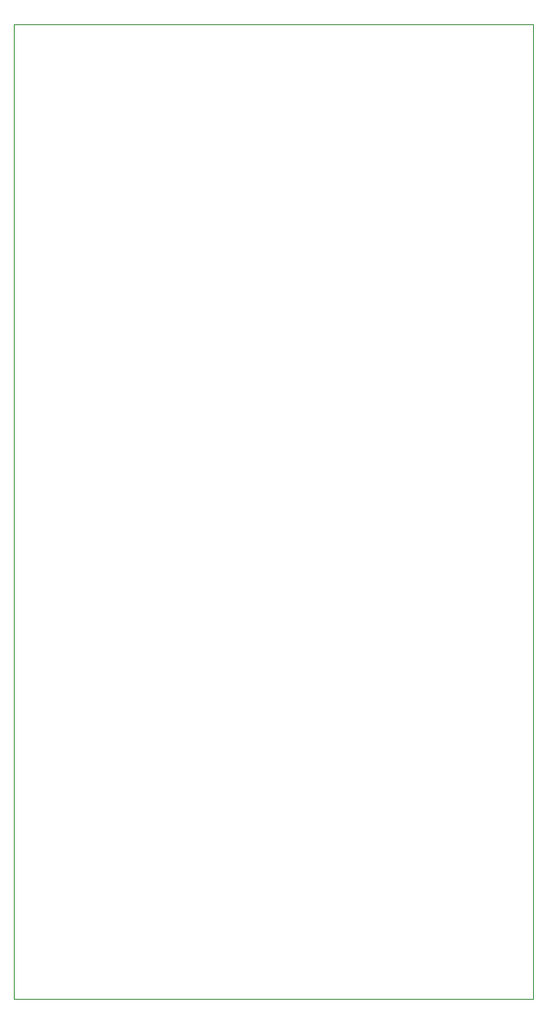
<source format=gbr>
%TF.GenerationSoftware,KiCad,Pcbnew,7.0.9-7.0.9~ubuntu22.04.1*%
%TF.CreationDate,2023-12-28T14:24:16-08:00*%
%TF.ProjectId,devel_gw1,64657665-6c5f-4677-9731-2e6b69636164,rev?*%
%TF.SameCoordinates,Original*%
%TF.FileFunction,Profile,NP*%
%FSLAX46Y46*%
G04 Gerber Fmt 4.6, Leading zero omitted, Abs format (unit mm)*
G04 Created by KiCad (PCBNEW 7.0.9-7.0.9~ubuntu22.04.1) date 2023-12-28 14:24:16*
%MOMM*%
%LPD*%
G01*
G04 APERTURE LIST*
%TA.AperFunction,Profile*%
%ADD10C,0.100000*%
%TD*%
G04 APERTURE END LIST*
D10*
X123952000Y-73152000D02*
X174752000Y-73152000D01*
X174752000Y-168402000D01*
X123952000Y-168402000D01*
X123952000Y-73152000D01*
M02*

</source>
